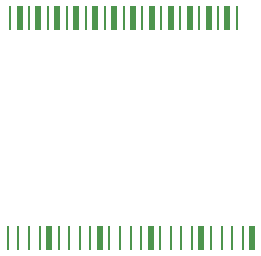
<source format=gbr>
%TF.GenerationSoftware,KiCad,Pcbnew,7.0.2*%
%TF.CreationDate,2023-11-03T15:57:14-06:00*%
%TF.ProjectId,micro-d-tes-aaray,6d696372-6f2d-4642-9d74-65732d616172,rev?*%
%TF.SameCoordinates,Original*%
%TF.FileFunction,Paste,Top*%
%TF.FilePolarity,Positive*%
%FSLAX46Y46*%
G04 Gerber Fmt 4.6, Leading zero omitted, Abs format (unit mm)*
G04 Created by KiCad (PCBNEW 7.0.2) date 2023-11-03 15:57:14*
%MOMM*%
%LPD*%
G01*
G04 APERTURE LIST*
%ADD10R,0.500000X2.000000*%
%ADD11R,0.258000X2.000000*%
G04 APERTURE END LIST*
D10*
%TO.C,17*%
X21100000Y-22550000D03*
%TD*%
D11*
%TO.C,5*%
X20300000Y-22550000D03*
%TD*%
%TO.C,11*%
X24500000Y-41175000D03*
%TD*%
D10*
%TO.C,8*%
X19400000Y-41175000D03*
%TD*%
D11*
%TO.C,22*%
X22000000Y-41175000D03*
%TD*%
%TO.C,14*%
X8200000Y-41175000D03*
%TD*%
%TO.C,6*%
X15900000Y-41175000D03*
%TD*%
%TO.C,7*%
X17100000Y-22550000D03*
%TD*%
%TO.C,11*%
X10700000Y-22550000D03*
%TD*%
D10*
%TO.C,21*%
X14700000Y-22550000D03*
%TD*%
D11*
%TO.C,16*%
X11600000Y-41175000D03*
%TD*%
D10*
%TO.C,20*%
X16300000Y-22550000D03*
%TD*%
D11*
%TO.C,3*%
X23500000Y-22550000D03*
%TD*%
%TO.C,9*%
X13900000Y-22550000D03*
%TD*%
D10*
%TO.C,15*%
X24300000Y-22550000D03*
%TD*%
D11*
%TO.C,12*%
X7500000Y-22550000D03*
%TD*%
D10*
%TO.C,25*%
X8300000Y-22550000D03*
%TD*%
D11*
%TO.C,5*%
X14300000Y-41175000D03*
%TD*%
%TO.C,9*%
X21100000Y-41175000D03*
%TD*%
%TO.C,4*%
X12500000Y-41175000D03*
%TD*%
%TO.C,17*%
X13400000Y-41175000D03*
%TD*%
%TO.C,7*%
X17700000Y-41175000D03*
%TD*%
%TO.C,19*%
X16800000Y-41175000D03*
%TD*%
D10*
%TO.C,3*%
X10800000Y-41175000D03*
%TD*%
D11*
%TO.C,20*%
X18600000Y-41175000D03*
%TD*%
%TO.C,21*%
X20200000Y-41175000D03*
%TD*%
%TO.C,12*%
X26300000Y-41175000D03*
%TD*%
%TO.C,4*%
X21900000Y-22550000D03*
%TD*%
%TO.C,2*%
X9100000Y-41175000D03*
%TD*%
%TO.C,1*%
X26700000Y-22550000D03*
%TD*%
D10*
%TO.C,16*%
X22700000Y-22550000D03*
%TD*%
%TO.C,14*%
X25900000Y-22550000D03*
%TD*%
D11*
%TO.C,10*%
X22900000Y-41175000D03*
%TD*%
D10*
%TO.C,18*%
X19500000Y-22550000D03*
%TD*%
%TO.C,23*%
X11500000Y-22550000D03*
%TD*%
%TO.C,24*%
X9900000Y-22550000D03*
%TD*%
%TO.C,19*%
X17900000Y-22550000D03*
%TD*%
D11*
%TO.C,25*%
X27200000Y-41175000D03*
%TD*%
%TO.C,12*%
X9100000Y-22550000D03*
%TD*%
D10*
%TO.C,23*%
X23700000Y-41175000D03*
%TD*%
%TO.C,D13*%
X28000000Y-41175000D03*
%TD*%
%TO.C,22*%
X13100000Y-22550000D03*
%TD*%
D11*
%TO.C,1*%
X7300000Y-41175000D03*
%TD*%
%TO.C,8*%
X15500000Y-22550000D03*
%TD*%
%TO.C,10*%
X12300000Y-22550000D03*
%TD*%
%TO.C,6*%
X18700000Y-22550000D03*
%TD*%
%TO.C,24*%
X25400000Y-41175000D03*
%TD*%
D10*
%TO.C,18*%
X15100000Y-41175000D03*
%TD*%
D11*
%TO.C,15*%
X10000000Y-41175000D03*
%TD*%
%TO.C,2*%
X25100000Y-22550000D03*
%TD*%
M02*

</source>
